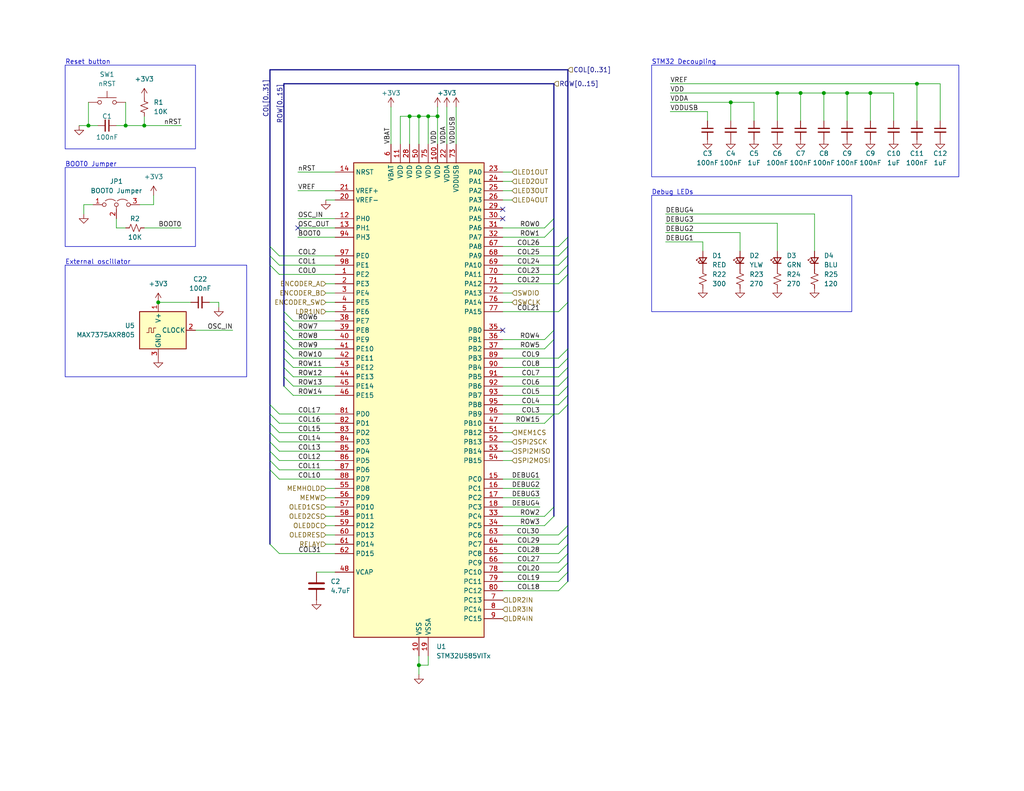
<source format=kicad_sch>
(kicad_sch (version 20230121) (generator eeschema)
  (paper "USLetter")
  (title_block (title "STM32") (date "2023-09-17") (rev "A") (company "ECE 477"))
  (lib_symbols
    (symbol "Device:C" (pin_numbers hide) (pin_names (offset 0.254))
      (property "Reference" "C" (at 0.635 2.54 0))
      (property "Value" "C" (at 0.635 -2.54 0))
      (symbol "C_0_1"
        (polyline (pts (xy -2.032 -0.762) (xy 2.032 -0.762)) (stroke (width 0.508)))
        (polyline (pts (xy -2.032 0.762) (xy 2.032 0.762)) (stroke (width 0.508)))
      )
      (symbol "C_1_1"
        (pin passive line (at 0 3.81 270) (length 2.794) (name "~") (number "1"))
        (pin passive line (at 0 -3.81 90) (length 2.794) (name "~") (number "2"))
      )
    )
    (symbol "Device:C_Small" (pin_numbers hide) (pin_names (offset 0.254) hide)
      (property "Reference" "C" (at 0.254 1.778 0))
      (property "Value" "C_Small" (at 0.254 -2.032 0))
      (symbol "C_Small_0_1"
        (polyline (pts (xy -1.524 -0.508) (xy 1.524 -0.508)) (stroke (width 0.3302)))
        (polyline (pts (xy -1.524 0.508) (xy 1.524 0.508)) (stroke (width 0.3048)))
      )
      (symbol "C_Small_1_1"
        (pin passive line (at 0 2.54 270) (length 2.032) (name "~") (number "1"))
        (pin passive line (at 0 -2.54 90) (length 2.032) (name "~") (number "2"))
      )
    )
    (symbol "Device:LED_Small" (pin_numbers hide) (pin_names (offset 0.254) hide)
      (property "Reference" "D" (at -1.27 3.175 0))
      (property "Value" "LED_Small" (at -4.445 -2.54 0))
      (symbol "LED_Small_0_1"
        (polyline (pts (xy -0.762 -1.016) (xy -0.762 1.016)) (stroke (width 0.254)))
        (polyline (pts (xy 1.016 0) (xy -0.762 0)))
        (polyline (pts (xy 0.762 -1.016) (xy -0.762 0) (xy 0.762 1.016) (xy 0.762 -1.016)) (stroke (width 0.254)))
        (polyline (pts (xy 0 0.762) (xy -0.508 1.27) (xy -0.254 1.27) (xy -0.508 1.27) (xy -0.508 1.016)))
        (polyline (pts (xy 0.508 1.27) (xy 0 1.778) (xy 0.254 1.778) (xy 0 1.778) (xy 0 1.524)))
      )
      (symbol "LED_Small_1_1"
        (pin passive line (at -2.54 0 0) (length 1.778) (name "K") (number "1"))
        (pin passive line (at 2.54 0 180) (length 1.778) (name "A") (number "2"))
      )
    )
    (symbol "Device:R_Small_US" (pin_numbers hide) (pin_names (offset 0.254) hide)
      (property "Reference" "R" (at 0.762 0.508 0))
      (property "Value" "R_Small_US" (at 0.762 -1.016 0))
      (symbol "R_Small_US_1_1"
        (polyline (pts (xy 0 0) (xy 1.016 -0.381) (xy 0 -0.762) (xy -1.016 -1.143) (xy 0 -1.524)))
        (polyline (pts (xy 0 1.524) (xy 1.016 1.143) (xy 0 0.762) (xy -1.016 0.381) (xy 0 0)))
        (pin passive line (at 0 2.54 270) (length 1.016) (name "~") (number "1"))
        (pin passive line (at 0 -2.54 90) (length 1.016) (name "~") (number "2"))
      )
    )
    (symbol "Jumper:Jumper_3_Open" (pin_names (offset 0) hide)
      (property "Reference" "JP" (at -2.54 -2.54 0))
      (property "Value" "Jumper_3_Open" (at 0 2.794 0))
      (symbol "Jumper_3_Open_0_0"
        (circle (center -3.302 0) (radius 0.508))
        (circle (center 0 0) (radius 0.508))
        (circle (center 3.302 0) (radius 0.508))
      )
      (symbol "Jumper_3_Open_0_1"
        (arc (start -0.254 1.016) (mid -1.651 1.4992) (end -3.048 1.016))
        (polyline (pts (xy 0 -0.508) (xy 0 -1.27)))
        (arc (start 3.048 1.016) (mid 1.651 1.4992) (end 0.254 1.016))
      )
      (symbol "Jumper_3_Open_1_1"
        (pin passive line (at -6.35 0 0) (length 2.54) (name "A") (number "1"))
        (pin passive line (at 0 -3.81 90) (length 2.54) (name "C") (number "2"))
        (pin passive line (at 6.35 0 180) (length 2.54) (name "B") (number "3"))
      )
    )
    (symbol "MCU_ST_STM32U5:STM32U585VITx"
      (property "Reference" "U" (at -17.78 67.31 0))
      (property "Value" "STM32U585VITx" (at 12.7 67.31 0))
      (symbol "STM32U585VITx_0_1"
        (rectangle (start -17.78 -63.5) (end 17.78 66.04) (stroke (width 0.254)) (fill (type background)))
      )
      (symbol "STM32U585VITx_1_1"
        (pin bidirectional line (at -22.86 35.56 0) (length 5.08) (name "PE2") (number "1"))
        (pin power_in line (at 0 -68.58 90) (length 5.08) (name "VSS") (number "10"))
        (pin power_in line (at 5.08 71.12 270) (length 5.08) (name "VDD") (number "100"))
        (pin power_in line (at -5.08 71.12 270) (length 5.08) (name "VDD") (number "11"))
        (pin bidirectional line (at -22.86 50.8 0) (length 5.08) (name "PH0") (number "12"))
        (pin bidirectional line (at -22.86 48.26 0) (length 5.08) (name "PH1") (number "13"))
        (pin input line (at -22.86 63.5 0) (length 5.08) (name "NRST") (number "14"))
        (pin bidirectional line (at 22.86 -20.32 180) (length 5.08) (name "PC0") (number "15"))
        (pin bidirectional line (at 22.86 -22.86 180) (length 5.08) (name "PC1") (number "16"))
        (pin bidirectional line (at 22.86 -25.4 180) (length 5.08) (name "PC2") (number "17"))
        (pin bidirectional line (at 22.86 -27.94 180) (length 5.08) (name "PC3") (number "18"))
        (pin power_in line (at 2.54 -68.58 90) (length 5.08) (name "VSSA") (number "19"))
        (pin bidirectional line (at -22.86 33.02 0) (length 5.08) (name "PE3") (number "2"))
        (pin input line (at -22.86 55.88 0) (length 5.08) (name "VREF-") (number "20"))
        (pin input line (at -22.86 58.42 0) (length 5.08) (name "VREF+") (number "21"))
        (pin power_in line (at 7.62 71.12 270) (length 5.08) (name "VDDA") (number "22"))
        (pin bidirectional line (at 22.86 63.5 180) (length 5.08) (name "PA0") (number "23"))
        (pin bidirectional line (at 22.86 60.96 180) (length 5.08) (name "PA1") (number "24"))
        (pin bidirectional line (at 22.86 58.42 180) (length 5.08) (name "PA2") (number "25"))
        (pin bidirectional line (at 22.86 55.88 180) (length 5.08) (name "PA3") (number "26"))
        (pin passive line (at 0 -68.58 90) (length 5.08) hide (name "VSS") (number "27"))
        (pin power_in line (at -2.54 71.12 270) (length 5.08) (name "VDD") (number "28"))
        (pin bidirectional line (at 22.86 53.34 180) (length 5.08) (name "PA4") (number "29"))
        (pin bidirectional line (at -22.86 30.48 0) (length 5.08) (name "PE4") (number "3"))
        (pin bidirectional line (at 22.86 50.8 180) (length 5.08) (name "PA5") (number "30"))
        (pin bidirectional line (at 22.86 48.26 180) (length 5.08) (name "PA6") (number "31"))
        (pin bidirectional line (at 22.86 45.72 180) (length 5.08) (name "PA7") (number "32"))
        (pin bidirectional line (at 22.86 -30.48 180) (length 5.08) (name "PC4") (number "33"))
        (pin bidirectional line (at 22.86 -33.02 180) (length 5.08) (name "PC5") (number "34"))
        (pin bidirectional line (at 22.86 20.32 180) (length 5.08) (name "PB0") (number "35"))
        (pin bidirectional line (at 22.86 17.78 180) (length 5.08) (name "PB1") (number "36"))
        (pin bidirectional line (at 22.86 15.24 180) (length 5.08) (name "PB2") (number "37"))
        (pin bidirectional line (at -22.86 22.86 0) (length 5.08) (name "PE7") (number "38"))
        (pin bidirectional line (at -22.86 20.32 0) (length 5.08) (name "PE8") (number "39"))
        (pin bidirectional line (at -22.86 27.94 0) (length 5.08) (name "PE5") (number "4"))
        (pin bidirectional line (at -22.86 17.78 0) (length 5.08) (name "PE9") (number "40"))
        (pin bidirectional line (at -22.86 15.24 0) (length 5.08) (name "PE10") (number "41"))
        (pin bidirectional line (at -22.86 12.7 0) (length 5.08) (name "PE11") (number "42"))
        (pin bidirectional line (at -22.86 10.16 0) (length 5.08) (name "PE12") (number "43"))
        (pin bidirectional line (at -22.86 7.62 0) (length 5.08) (name "PE13") (number "44"))
        (pin bidirectional line (at -22.86 5.08 0) (length 5.08) (name "PE14") (number "45"))
        (pin bidirectional line (at -22.86 2.54 0) (length 5.08) (name "PE15") (number "46"))
        (pin bidirectional line (at 22.86 -5.08 180) (length 5.08) (name "PB10") (number "47"))
        (pin power_out line (at -22.86 -45.72 0) (length 5.08) (name "VCAP") (number "48"))
        (pin passive line (at 0 -68.58 90) (length 5.08) hide (name "VSS") (number "49"))
        (pin bidirectional line (at -22.86 25.4 0) (length 5.08) (name "PE6") (number "5"))
        (pin power_in line (at 0 71.12 270) (length 5.08) (name "VDD") (number "50"))
        (pin bidirectional line (at 22.86 -7.62 180) (length 5.08) (name "PB12") (number "51"))
        (pin bidirectional line (at 22.86 -10.16 180) (length 5.08) (name "PB13") (number "52"))
        (pin bidirectional line (at 22.86 -12.7 180) (length 5.08) (name "PB14") (number "53"))
        (pin bidirectional line (at 22.86 -15.24 180) (length 5.08) (name "PB15") (number "54"))
        (pin bidirectional line (at -22.86 -22.86 0) (length 5.08) (name "PD8") (number "55"))
        (pin bidirectional line (at -22.86 -25.4 0) (length 5.08) (name "PD9") (number "56"))
        (pin bidirectional line (at -22.86 -27.94 0) (length 5.08) (name "PD10") (number "57"))
        (pin bidirectional line (at -22.86 -30.48 0) (length 5.08) (name "PD11") (number "58"))
        (pin bidirectional line (at -22.86 -33.02 0) (length 5.08) (name "PD12") (number "59"))
        (pin power_in line (at -7.62 71.12 270) (length 5.08) (name "VBAT") (number "6"))
        (pin bidirectional line (at -22.86 -35.56 0) (length 5.08) (name "PD13") (number "60"))
        (pin bidirectional line (at -22.86 -38.1 0) (length 5.08) (name "PD14") (number "61"))
        (pin bidirectional line (at -22.86 -40.64 0) (length 5.08) (name "PD15") (number "62"))
        (pin bidirectional line (at 22.86 -35.56 180) (length 5.08) (name "PC6") (number "63"))
        (pin bidirectional line (at 22.86 -38.1 180) (length 5.08) (name "PC7") (number "64"))
        (pin bidirectional line (at 22.86 -40.64 180) (length 5.08) (name "PC8") (number "65"))
        (pin bidirectional line (at 22.86 -43.18 180) (length 5.08) (name "PC9") (number "66"))
        (pin bidirectional line (at 22.86 43.18 180) (length 5.08) (name "PA8") (number "67"))
        (pin bidirectional line (at 22.86 40.64 180) (length 5.08) (name "PA9") (number "68"))
        (pin bidirectional line (at 22.86 38.1 180) (length 5.08) (name "PA10") (number "69"))
        (pin bidirectional line (at 22.86 -53.34 180) (length 5.08) (name "PC13") (number "7"))
        (pin bidirectional line (at 22.86 35.56 180) (length 5.08) (name "PA11") (number "70"))
        (pin bidirectional line (at 22.86 33.02 180) (length 5.08) (name "PA12") (number "71"))
        (pin bidirectional line (at 22.86 30.48 180) (length 5.08) (name "PA13") (number "72"))
        (pin power_in line (at 10.16 71.12 270) (length 5.08) (name "VDDUSB") (number "73"))
        (pin passive line (at 0 -68.58 90) (length 5.08) hide (name "VSS") (number "74"))
        (pin power_in line (at 2.54 71.12 270) (length 5.08) (name "VDD") (number "75"))
        (pin bidirectional line (at 22.86 27.94 180) (length 5.08) (name "PA14") (number "76"))
        (pin bidirectional line (at 22.86 25.4 180) (length 5.08) (name "PA15") (number "77"))
        (pin bidirectional line (at 22.86 -45.72 180) (length 5.08) (name "PC10") (number "78"))
        (pin bidirectional line (at 22.86 -48.26 180) (length 5.08) (name "PC11") (number "79"))
        (pin bidirectional line (at 22.86 -55.88 180) (length 5.08) (name "PC14") (number "8"))
        (pin bidirectional line (at 22.86 -50.8 180) (length 5.08) (name "PC12") (number "80"))
        (pin bidirectional line (at -22.86 -2.54 0) (length 5.08) (name "PD0") (number "81"))
        (pin bidirectional line (at -22.86 -5.08 0) (length 5.08) (name "PD1") (number "82"))
        (pin bidirectional line (at -22.86 -7.62 0) (length 5.08) (name "PD2") (number "83"))
        (pin bidirectional line (at -22.86 -10.16 0) (length 5.08) (name "PD3") (number "84"))
        (pin bidirectional line (at -22.86 -12.7 0) (length 5.08) (name "PD4") (number "85"))
        (pin bidirectional line (at -22.86 -15.24 0) (length 5.08) (name "PD5") (number "86"))
        (pin bidirectional line (at -22.86 -17.78 0) (length 5.08) (name "PD6") (number "87"))
        (pin bidirectional line (at -22.86 -20.32 0) (length 5.08) (name "PD7") (number "88"))
        (pin bidirectional line (at 22.86 12.7 180) (length 5.08) (name "PB3") (number "89"))
        (pin bidirectional line (at 22.86 -58.42 180) (length 5.08) (name "PC15") (number "9"))
        (pin bidirectional line (at 22.86 10.16 180) (length 5.08) (name "PB4") (number "90"))
        (pin bidirectional line (at 22.86 7.62 180) (length 5.08) (name "PB5") (number "91"))
        (pin bidirectional line (at 22.86 5.08 180) (length 5.08) (name "PB6") (number "92"))
        (pin bidirectional line (at 22.86 2.54 180) (length 5.08) (name "PB7") (number "93"))
        (pin bidirectional line (at -22.86 45.72 0) (length 5.08) (name "PH3") (number "94"))
        (pin bidirectional line (at 22.86 0 180) (length 5.08) (name "PB8") (number "95"))
        (pin bidirectional line (at 22.86 -2.54 180) (length 5.08) (name "PB9") (number "96"))
        (pin bidirectional line (at -22.86 40.64 0) (length 5.08) (name "PE0") (number "97"))
        (pin bidirectional line (at -22.86 38.1 0) (length 5.08) (name "PE1") (number "98"))
        (pin passive line (at 0 -68.58 90) (length 5.08) hide (name "VSS") (number "99"))
      )
    )
    (symbol "Oscillator:MAX7375AXR805" (pin_names (offset 0.254))
      (property "Reference" "U" (at -2.54 6.35 0))
      (property "Value" "MAX7375AXR805" (at 1.27 -6.35 0))
      (symbol "MAX7375AXR805_0_1"
        (rectangle (start -5.08 5.08) (end 7.62 -5.08) (stroke (width 0.254)) (fill (type background)))
        (polyline (pts (xy -3.175 -0.635) (xy -2.54 -0.635) (xy -2.54 0.635) (xy -1.905 0.635) (xy -1.905 -0.635) (xy -1.27 -0.635) (xy -1.27 0.635) (xy -0.635 0.635)))
      )
      (symbol "MAX7375AXR805_1_1"
        (pin power_in line (at 0 7.62 270) (length 2.54) (name "V+") (number "1"))
        (pin output line (at 10.16 0 180) (length 2.54) (name "CLOCK") (number "2"))
        (pin power_in line (at 0 -7.62 90) (length 2.54) (name "GND") (number "3"))
      )
    )
    (symbol "Switch:SW_Push" (pin_numbers hide) (pin_names (offset 1.016) hide)
      (property "Reference" "SW" (at 1.27 2.54 0))
      (property "Value" "SW_Push" (at 0 -1.524 0))
      (symbol "SW_Push_0_1"
        (circle (center -2.032 0) (radius 0.508))
        (polyline (pts (xy 0 1.27) (xy 0 3.048)))
        (polyline (pts (xy 2.54 1.27) (xy -2.54 1.27)))
        (circle (center 2.032 0) (radius 0.508))
        (pin passive line (at -5.08 0 0) (length 2.54) (name "1") (number "1"))
        (pin passive line (at 5.08 0 180) (length 2.54) (name "2") (number "2"))
      )
    )
    (symbol "power:+3V3" (power) (pin_names (offset 0))
      (property "Value" "+3V3" (at 0 3.556 0))
      (symbol "+3V3_0_1"
        (polyline (pts (xy -0.762 1.27) (xy 0 2.54)))
        (polyline (pts (xy 0 0) (xy 0 2.54)))
        (polyline (pts (xy 0 2.54) (xy 0.762 1.27)))
      )
      (symbol "+3V3_1_1"
        (pin power_in line (at 0 0 90) (length 0) hide (name "+3V3") (number "1"))
      )
    )
    (symbol "power:GND" (power) (pin_names (offset 0))
      (property "Value" "GND" (at 0 -3.81 0))
      (symbol "GND_0_1"
        (polyline (pts (xy 0 0) (xy 0 -1.27) (xy 1.27 -1.27) (xy 0 -2.54) (xy -1.27 -1.27) (xy 0 -1.27)))
      )
      (symbol "GND_1_1"
        (pin power_in line (at 0 0 270) (length 0) hide (name "GND") (number "1"))
      )
    )
  )
  (junction (at 237.49 25.4))
  (junction (at 39.37 34.29))
  (junction (at 231.14 25.4))
  (junction (at 250.19 22.86))
  (junction (at 43.18 82.55))
  (junction (at 24.13 34.29))
  (junction (at 111.76 31.75))
  (junction (at 34.29 34.29))
  (junction (at 114.3 181.61))
  (junction (at 224.79 25.4))
  (junction (at 119.38 31.75))
  (junction (at 212.09 25.4))
  (junction (at 199.39 27.94))
  (junction (at 116.84 31.75))
  (junction (at 218.44 25.4))
  (junction (at 114.3 31.75))
  (no_connect (at 137.16 57.15))
  (no_connect (at 137.16 59.69))
  (no_connect (at 81.28 62.23))
  (no_connect (at 137.16 90.17))
  (bus_entry (at 73.66 128.27) (size 2.54 2.54))
  (bus_entry (at 73.66 72.39) (size 2.54 2.54))
  (bus_entry (at 73.66 67.31) (size 2.54 2.54))
  (bus_entry (at 151.13 92.71) (size -2.54 2.54))
  (bus_entry (at 77.47 105.41) (size 2.54 2.54))
  (bus_entry (at 151.13 90.17) (size -2.54 2.54))
  (bus_entry (at 73.66 148.59) (size 2.54 2.54))
  (bus_entry (at 73.66 115.57) (size 2.54 2.54))
  (bus_entry (at 154.94 74.93) (size -2.54 2.54))
  (bus_entry (at 77.47 102.87) (size 2.54 2.54))
  (bus_entry (at 154.94 102.87) (size -2.54 2.54))
  (bus_entry (at 154.94 107.95) (size -2.54 2.54))
  (bus_entry (at 154.94 151.13) (size -2.54 2.54))
  (bus_entry (at 154.94 110.49) (size -2.54 2.54))
  (bus_entry (at 151.13 59.69) (size -2.54 2.54))
  (bus_entry (at 154.94 67.31) (size -2.54 2.54))
  (bus_entry (at 151.13 138.43) (size -2.54 2.54))
  (bus_entry (at 154.94 95.25) (size -2.54 2.54))
  (bus_entry (at 77.47 87.63) (size 2.54 2.54))
  (bus_entry (at 77.47 85.09) (size 2.54 2.54))
  (bus_entry (at 151.13 113.03) (size -2.54 2.54))
  (bus_entry (at 154.94 64.77) (size -2.54 2.54))
  (bus_entry (at 154.94 146.05) (size -2.54 2.54))
  (bus_entry (at 154.94 100.33) (size -2.54 2.54))
  (bus_entry (at 77.47 95.25) (size 2.54 2.54))
  (bus_entry (at 154.94 156.21) (size -2.54 2.54))
  (bus_entry (at 154.94 82.55) (size -2.54 2.54))
  (bus_entry (at 151.13 140.97) (size -2.54 2.54))
  (bus_entry (at 73.66 125.73) (size 2.54 2.54))
  (bus_entry (at 154.94 143.51) (size -2.54 2.54))
  (bus_entry (at 154.94 158.75) (size -2.54 2.54))
  (bus_entry (at 154.94 105.41) (size -2.54 2.54))
  (bus_entry (at 154.94 69.85) (size -2.54 2.54))
  (bus_entry (at 77.47 97.79) (size 2.54 2.54))
  (bus_entry (at 73.66 69.85) (size 2.54 2.54))
  (bus_entry (at 154.94 153.67) (size -2.54 2.54))
  (bus_entry (at 73.66 118.11) (size 2.54 2.54))
  (bus_entry (at 151.13 62.23) (size -2.54 2.54))
  (bus_entry (at 154.94 72.39) (size -2.54 2.54))
  (bus_entry (at 154.94 148.59) (size -2.54 2.54))
  (bus_entry (at 73.66 120.65) (size 2.54 2.54))
  (bus_entry (at 73.66 123.19) (size 2.54 2.54))
  (bus_entry (at 154.94 97.79) (size -2.54 2.54))
  (bus_entry (at 73.66 113.03) (size 2.54 2.54))
  (bus_entry (at 77.47 90.17) (size 2.54 2.54))
  (bus_entry (at 77.47 100.33) (size 2.54 2.54))
  (bus_entry (at 77.47 92.71) (size 2.54 2.54))
  (bus_entry (at 73.66 110.49) (size 2.54 2.54))
  (wire (pts (xy 76.2 69.85) (xy 91.44 69.85)))
  (bus (pts (xy 151.13 90.17) (xy 151.13 92.71)))
  (wire (pts (xy 81.28 62.23) (xy 91.44 62.23)))
  (bus (pts (xy 154.94 67.31) (xy 154.94 69.85)))
  (wire (pts (xy 137.16 140.97) (xy 148.59 140.97)))
  (wire (pts (xy 88.9 148.59) (xy 91.44 148.59)))
  (bus (pts (xy 151.13 113.03) (xy 151.13 138.43)))
  (wire (pts (xy 53.34 90.17) (xy 63.5 90.17)))
  (wire (pts (xy 88.9 85.09) (xy 91.44 85.09)))
  (wire (pts (xy 81.28 52.07) (xy 91.44 52.07)))
  (bus (pts (xy 77.47 97.79) (xy 77.47 100.33)))
  (bus (pts (xy 154.94 64.77) (xy 154.94 67.31)))
  (wire (pts (xy 116.84 31.75) (xy 119.38 31.75)))
  (wire (pts (xy 137.16 74.93) (xy 152.4 74.93)))
  (wire (pts (xy 137.16 52.07) (xy 139.7 52.07)))
  (bus (pts (xy 73.66 72.39) (xy 73.66 110.49)))
  (wire (pts (xy 137.16 69.85) (xy 152.4 69.85)))
  (wire (pts (xy 76.2 118.11) (xy 91.44 118.11)))
  (wire (pts (xy 137.16 130.81) (xy 147.32 130.81)))
  (wire (pts (xy 114.3 31.75) (xy 114.3 39.37)))
  (bus (pts (xy 154.94 148.59) (xy 154.94 151.13)))
  (wire (pts (xy 124.46 29.21) (xy 124.46 39.37)))
  (bus (pts (xy 73.66 67.31) (xy 73.66 69.85)))
  (bus (pts (xy 154.94 105.41) (xy 154.94 107.95)))
  (wire (pts (xy 39.37 62.23) (xy 49.53 62.23)))
  (bus (pts (xy 154.94 102.87) (xy 154.94 105.41)))
  (wire (pts (xy 137.16 64.77) (xy 148.59 64.77)))
  (wire (pts (xy 218.44 25.4) (xy 218.44 33.02)))
  (wire (pts (xy 88.9 135.89) (xy 91.44 135.89)))
  (wire (pts (xy 43.18 82.55) (xy 52.07 82.55)))
  (wire (pts (xy 80.01 100.33) (xy 91.44 100.33)))
  (bus (pts (xy 154.94 153.67) (xy 154.94 156.21)))
  (bus (pts (xy 73.66 69.85) (xy 73.66 72.39)))
  (wire (pts (xy 137.16 85.09) (xy 152.4 85.09)))
  (wire (pts (xy 88.9 133.35) (xy 91.44 133.35)))
  (wire (pts (xy 31.75 34.29) (xy 34.29 34.29)))
  (wire (pts (xy 109.22 31.75) (xy 111.76 31.75)))
  (wire (pts (xy 76.2 74.93) (xy 91.44 74.93)))
  (wire (pts (xy 218.44 25.4) (xy 224.79 25.4)))
  (bus (pts (xy 154.94 107.95) (xy 154.94 110.49)))
  (wire (pts (xy 81.28 64.77) (xy 91.44 64.77)))
  (wire (pts (xy 24.13 34.29) (xy 26.67 34.29)))
  (wire (pts (xy 231.14 25.4) (xy 237.49 25.4)))
  (wire (pts (xy 137.16 92.71) (xy 148.59 92.71)))
  (bus (pts (xy 151.13 59.69) (xy 151.13 62.23)))
  (wire (pts (xy 121.92 29.21) (xy 121.92 39.37)))
  (bus (pts (xy 77.47 22.86) (xy 151.13 22.86)))
  (bus (pts (xy 77.47 100.33) (xy 77.47 102.87)))
  (wire (pts (xy 76.2 125.73) (xy 91.44 125.73)))
  (wire (pts (xy 88.9 138.43) (xy 91.44 138.43)))
  (wire (pts (xy 81.28 59.69) (xy 91.44 59.69)))
  (wire (pts (xy 137.16 161.29) (xy 152.4 161.29)))
  (wire (pts (xy 137.16 49.53) (xy 139.7 49.53)))
  (bus (pts (xy 73.66 113.03) (xy 73.66 115.57)))
  (wire (pts (xy 76.2 72.39) (xy 91.44 72.39)))
  (bus (pts (xy 73.66 118.11) (xy 73.66 120.65)))
  (wire (pts (xy 76.2 113.03) (xy 91.44 113.03)))
  (wire (pts (xy 182.88 25.4) (xy 212.09 25.4)))
  (wire (pts (xy 76.2 151.13) (xy 91.44 151.13)))
  (wire (pts (xy 86.36 156.21) (xy 91.44 156.21)))
  (wire (pts (xy 182.88 27.94) (xy 199.39 27.94)))
  (wire (pts (xy 22.86 55.88) (xy 25.4 55.88)))
  (wire (pts (xy 243.84 25.4) (xy 243.84 33.02)))
  (bus (pts (xy 77.47 87.63) (xy 77.47 90.17)))
  (bus (pts (xy 73.66 115.57) (xy 73.66 118.11)))
  (wire (pts (xy 137.16 102.87) (xy 152.4 102.87)))
  (wire (pts (xy 34.29 34.29) (xy 39.37 34.29)))
  (wire (pts (xy 181.61 66.04) (xy 191.77 66.04)))
  (bus (pts (xy 154.94 95.25) (xy 154.94 97.79)))
  (wire (pts (xy 137.16 143.51) (xy 148.59 143.51)))
  (wire (pts (xy 114.3 181.61) (xy 116.84 181.61)))
  (wire (pts (xy 137.16 105.41) (xy 152.4 105.41)))
  (wire (pts (xy 250.19 33.02) (xy 250.19 22.86)))
  (wire (pts (xy 80.01 107.95) (xy 91.44 107.95)))
  (wire (pts (xy 39.37 34.29) (xy 49.53 34.29)))
  (bus (pts (xy 151.13 62.23) (xy 151.13 90.17)))
  (wire (pts (xy 59.69 82.55) (xy 57.15 82.55)))
  (wire (pts (xy 137.16 123.19) (xy 139.7 123.19)))
  (wire (pts (xy 137.16 120.65) (xy 139.7 120.65)))
  (bus (pts (xy 77.47 95.25) (xy 77.47 97.79)))
  (wire (pts (xy 250.19 22.86) (xy 256.54 22.86)))
  (wire (pts (xy 31.75 59.69) (xy 31.75 62.23)))
  (wire (pts (xy 39.37 31.75) (xy 39.37 34.29)))
  (wire (pts (xy 201.93 63.5) (xy 201.93 68.58)))
  (wire (pts (xy 137.16 95.25) (xy 148.59 95.25)))
  (wire (pts (xy 106.68 29.21) (xy 106.68 39.37)))
  (wire (pts (xy 88.9 77.47) (xy 91.44 77.47)))
  (wire (pts (xy 80.01 97.79) (xy 91.44 97.79)))
  (wire (pts (xy 137.16 77.47) (xy 152.4 77.47)))
  (wire (pts (xy 21.59 34.29) (xy 24.13 34.29)))
  (wire (pts (xy 212.09 60.96) (xy 212.09 68.58)))
  (bus (pts (xy 77.47 22.86) (xy 77.47 85.09)))
  (wire (pts (xy 76.2 123.19) (xy 91.44 123.19)))
  (wire (pts (xy 137.16 54.61) (xy 139.7 54.61)))
  (bus (pts (xy 73.66 19.05) (xy 73.66 67.31)))
  (wire (pts (xy 114.3 31.75) (xy 116.84 31.75)))
  (wire (pts (xy 76.2 120.65) (xy 91.44 120.65)))
  (wire (pts (xy 193.04 33.02) (xy 193.04 30.48)))
  (wire (pts (xy 59.69 83.82) (xy 59.69 82.55)))
  (bus (pts (xy 154.94 110.49) (xy 154.94 143.51)))
  (wire (pts (xy 137.16 148.59) (xy 152.4 148.59)))
  (wire (pts (xy 80.01 105.41) (xy 91.44 105.41)))
  (bus (pts (xy 154.94 100.33) (xy 154.94 102.87)))
  (wire (pts (xy 116.84 181.61) (xy 116.84 179.07)))
  (wire (pts (xy 137.16 46.99) (xy 139.7 46.99)))
  (wire (pts (xy 137.16 138.43) (xy 147.32 138.43)))
  (wire (pts (xy 116.84 31.75) (xy 116.84 39.37)))
  (bus (pts (xy 73.66 19.05) (xy 154.94 19.05)))
  (wire (pts (xy 191.77 68.58) (xy 191.77 66.04)))
  (wire (pts (xy 80.01 102.87) (xy 91.44 102.87)))
  (wire (pts (xy 212.09 33.02) (xy 212.09 25.4)))
  (bus (pts (xy 73.66 128.27) (xy 73.66 148.59)))
  (wire (pts (xy 119.38 29.21) (xy 119.38 31.75)))
  (wire (pts (xy 181.61 63.5) (xy 201.93 63.5)))
  (wire (pts (xy 182.88 30.48) (xy 193.04 30.48)))
  (bus (pts (xy 151.13 22.86) (xy 151.13 59.69)))
  (bus (pts (xy 151.13 92.71) (xy 151.13 113.03)))
  (wire (pts (xy 24.13 27.94) (xy 24.13 34.29)))
  (bus (pts (xy 154.94 151.13) (xy 154.94 153.67)))
  (wire (pts (xy 137.16 125.73) (xy 139.7 125.73)))
  (wire (pts (xy 137.16 135.89) (xy 147.32 135.89)))
  (bus (pts (xy 154.94 97.79) (xy 154.94 100.33)))
  (wire (pts (xy 137.16 67.31) (xy 152.4 67.31)))
  (wire (pts (xy 224.79 25.4) (xy 224.79 33.02)))
  (wire (pts (xy 137.16 146.05) (xy 152.4 146.05)))
  (wire (pts (xy 199.39 27.94) (xy 205.74 27.94)))
  (wire (pts (xy 137.16 133.35) (xy 147.32 133.35)))
  (wire (pts (xy 88.9 140.97) (xy 91.44 140.97)))
  (wire (pts (xy 114.3 179.07) (xy 114.3 181.61)))
  (wire (pts (xy 80.01 90.17) (xy 91.44 90.17)))
  (wire (pts (xy 205.74 27.94) (xy 205.74 33.02)))
  (bus (pts (xy 73.66 125.73) (xy 73.66 128.27)))
  (wire (pts (xy 182.88 22.86) (xy 250.19 22.86)))
  (wire (pts (xy 41.91 53.34) (xy 41.91 55.88)))
  (wire (pts (xy 137.16 158.75) (xy 152.4 158.75)))
  (bus (pts (xy 154.94 82.55) (xy 154.94 95.25)))
  (wire (pts (xy 137.16 156.21) (xy 152.4 156.21)))
  (bus (pts (xy 154.94 69.85) (xy 154.94 72.39)))
  (wire (pts (xy 76.2 128.27) (xy 91.44 128.27)))
  (wire (pts (xy 41.91 55.88) (xy 38.1 55.88)))
  (bus (pts (xy 154.94 74.93) (xy 154.94 82.55)))
  (bus (pts (xy 77.47 102.87) (xy 77.47 105.41)))
  (bus (pts (xy 154.94 146.05) (xy 154.94 148.59)))
  (wire (pts (xy 34.29 27.94) (xy 34.29 34.29)))
  (wire (pts (xy 137.16 100.33) (xy 152.4 100.33)))
  (bus (pts (xy 154.94 143.51) (xy 154.94 146.05)))
  (wire (pts (xy 237.49 33.02) (xy 237.49 25.4)))
  (wire (pts (xy 111.76 31.75) (xy 114.3 31.75)))
  (wire (pts (xy 137.16 153.67) (xy 152.4 153.67)))
  (bus (pts (xy 73.66 120.65) (xy 73.66 123.19)))
  (wire (pts (xy 80.01 95.25) (xy 91.44 95.25)))
  (wire (pts (xy 151.13 113.03) (xy 152.4 113.03)))
  (wire (pts (xy 256.54 22.86) (xy 256.54 33.02)))
  (wire (pts (xy 88.9 82.55) (xy 91.44 82.55)))
  (wire (pts (xy 109.22 31.75) (xy 109.22 39.37)))
  (bus (pts (xy 77.47 90.17) (xy 77.47 92.71)))
  (wire (pts (xy 137.16 110.49) (xy 152.4 110.49)))
  (wire (pts (xy 137.16 118.11) (xy 139.7 118.11)))
  (wire (pts (xy 137.16 62.23) (xy 148.59 62.23)))
  (wire (pts (xy 88.9 80.01) (xy 91.44 80.01)))
  (bus (pts (xy 154.94 156.21) (xy 154.94 158.75)))
  (wire (pts (xy 199.39 27.94) (xy 199.39 33.02)))
  (wire (pts (xy 81.28 46.99) (xy 91.44 46.99)))
  (wire (pts (xy 111.76 31.75) (xy 111.76 39.37)))
  (wire (pts (xy 88.9 146.05) (xy 91.44 146.05)))
  (wire (pts (xy 137.16 97.79) (xy 152.4 97.79)))
  (wire (pts (xy 222.25 58.42) (xy 222.25 68.58)))
  (wire (pts (xy 231.14 25.4) (xy 224.79 25.4)))
  (wire (pts (xy 181.61 60.96) (xy 212.09 60.96)))
  (bus (pts (xy 77.47 85.09) (xy 77.47 87.63)))
  (wire (pts (xy 137.16 151.13) (xy 152.4 151.13)))
  (wire (pts (xy 137.16 115.57) (xy 148.59 115.57)))
  (wire (pts (xy 114.3 181.61) (xy 114.3 184.15)))
  (wire (pts (xy 80.01 87.63) (xy 91.44 87.63)))
  (wire (pts (xy 137.16 72.39) (xy 152.4 72.39)))
  (wire (pts (xy 119.38 31.75) (xy 119.38 39.37)))
  (wire (pts (xy 76.2 115.57) (xy 91.44 115.57)))
  (wire (pts (xy 88.9 143.51) (xy 91.44 143.51)))
  (wire (pts (xy 80.01 92.71) (xy 91.44 92.71)))
  (bus (pts (xy 154.94 72.39) (xy 154.94 74.93)))
  (bus (pts (xy 77.47 92.71) (xy 77.47 95.25)))
  (wire (pts (xy 231.14 33.02) (xy 231.14 25.4)))
  (wire (pts (xy 137.16 107.95) (xy 152.4 107.95)))
  (wire (pts (xy 137.16 82.55) (xy 139.7 82.55)))
  (wire (pts (xy 31.75 62.23) (xy 34.29 62.23)))
  (wire (pts (xy 181.61 58.42) (xy 222.25 58.42)))
  (wire (pts (xy 88.9 54.61) (xy 91.44 54.61)))
  (bus (pts (xy 73.66 123.19) (xy 73.66 125.73)))
  (bus (pts (xy 151.13 138.43) (xy 151.13 140.97)))
  (bus (pts (xy 73.66 110.49) (xy 73.66 113.03)))
  (wire (pts (xy 237.49 25.4) (xy 243.84 25.4)))
  (wire (pts (xy 76.2 130.81) (xy 91.44 130.81)))
  (bus (pts (xy 154.94 19.05) (xy 154.94 64.77)))
  (wire (pts (xy 137.16 113.03) (xy 151.13 113.03)))
  (wire (pts (xy 212.09 25.4) (xy 218.44 25.4)))
  (wire (pts (xy 137.16 80.01) (xy 139.7 80.01)))
  (wire (pts (xy 22.86 55.88) (xy 22.86 58.42)))
  (rectangle (start 177.8 53.34) (end 232.41 85.09))
  (rectangle (start 17.78 45.72) (end 53.34 67.31))
  (rectangle (start 17.78 17.78) (end 53.34 40.64))
  (rectangle (start 177.8 17.78) (end 261.62 48.26))
  (rectangle (start 17.78 72.39) (end 67.31 102.87))
  (text "Reset button" (at 17.78 17.78 0) (effects (font (size 1.27 1.27)) (justify left bottom)))
  (text "External oscillator" (at 17.78 72.39 0) (effects (font (size 1.27 1.27)) (justify left bottom)))
  (text "BOOT0 Jumper" (at 17.78 45.72 0) (effects (font (size 1.27 1.27)) (justify left bottom)))
  (text "STM32 Decoupling" (at 177.8 17.78 0) (effects (font (size 1.27 1.27)) (justify left bottom)))
  (text "Debug LEDs" (at 177.8 53.34 0) (effects (font (size 1.27 1.27)) (justify left bottom)))
  (label "VDDUSB" (at 124.46 39.37 90))
  (label "ROW2" (at 147.32 140.97 180))
  (label "DEBUG2" (at 147.32 133.35 180))
  (label "OSC_IN" (at 63.5 90.17 180))
  (label "COL30" (at 140.97 146.05 0))
  (label "ROW12" (at 81.28 102.87 0))
  (label "COL15" (at 81.28 118.11 0))
  (label "ROW11" (at 81.28 100.33 0))
  (label "VDDUSB" (at 182.88 30.48 0))
  (label "ROW9" (at 81.28 95.25 0))
  (label "VDDA" (at 121.92 39.37 90))
  (label "COL1" (at 81.28 72.39 0))
  (label "COL21" (at 147.32 85.09 180))
  (label "COL14" (at 81.28 120.65 0))
  (label "COL25" (at 147.32 69.85 180))
  (label "COL12" (at 81.28 125.73 0))
  (label "VREF" (at 182.88 22.86 0))
  (label "COL20" (at 147.32 156.21 180))
  (label "nRST" (at 81.28 46.99 0))
  (label "ROW14" (at 81.28 107.95 0))
  (label "COL17" (at 81.28 113.03 0))
  (label "DEBUG3" (at 181.61 60.96 0))
  (label "COL24" (at 147.32 72.39 180))
  (label "COL28" (at 147.32 151.13 180))
  (label "COL13" (at 81.28 123.19 0))
  (label "VDDA" (at 182.88 27.94 0))
  (label "VDD" (at 119.38 39.37 90))
  (label "ROW3" (at 147.32 143.51 180))
  (label "DEBUG3" (at 147.32 135.89 180))
  (label "ROW0" (at 147.32 62.23 180))
  (label "DEBUG4" (at 147.32 138.43 180))
  (label "COL29" (at 147.32 148.59 180))
  (label "ROW13" (at 81.28 105.41 0))
  (label "COL7" (at 147.32 102.87 180))
  (label "ROW[0..15]" (at 77.47 22.86 270))
  (label "COL23" (at 147.32 74.93 180))
  (label "VBAT" (at 106.68 39.37 90))
  (label "DEBUG1" (at 147.32 130.81 180))
  (label "VREF" (at 81.28 52.07 0))
  (label "ROW5" (at 147.32 95.25 180))
  (label "ROW6" (at 81.28 87.63 0))
  (label "COL[0..31]" (at 73.66 21.59 270))
  (label "COL11" (at 81.28 128.27 0))
  (label "COL19" (at 147.32 158.75 180))
  (label "ROW10" (at 81.28 97.79 0))
  (label "COL5" (at 147.32 107.95 180))
  (label "COL31" (at 87.63 151.13 180))
  (label "COL26" (at 147.32 67.31 180))
  (label "BOOT0" (at 49.53 62.23 180))
  (label "COL16" (at 81.28 115.57 0))
  (label "COL0" (at 81.28 74.93 0))
  (label "OSC_OUT" (at 81.28 62.23 0))
  (label "VDD" (at 182.88 25.4 0))
  (label "COL4" (at 147.32 110.49 180))
  (label "ROW1" (at 147.32 64.77 180))
  (label "COL22" (at 147.32 77.47 180))
  (label "OSC_IN" (at 81.28 59.69 0))
  (label "COL9" (at 147.32 97.79 180))
  (label "COL2" (at 81.28 69.85 0))
  (label "nRST" (at 49.53 34.29 180))
  (label "ROW7" (at 81.28 90.17 0))
  (label "ROW8" (at 81.28 92.71 0))
  (label "COL6" (at 147.32 105.41 180))
  (label "DEBUG2" (at 181.61 63.5 0))
  (label "DEBUG4" (at 181.61 58.42 0))
  (label "ROW4" (at 147.32 92.71 180))
  (label "ROW15" (at 147.32 115.57 180))
  (label "COL10" (at 81.28 130.81 0))
  (label "COL8" (at 147.32 100.33 180))
  (label "BOOT0" (at 81.28 64.77 0))
  (label "COL27" (at 147.32 153.67 180))
  (label "DEBUG1" (at 181.61 66.04 0))
  (label "COL18" (at 147.32 161.29 180))
  (label "COL3" (at 147.32 113.03 180))
  (hierarchical_label "ENCODER_A" (shape input) (at 88.9 77.47 180))
  (hierarchical_label "LDR3IN" (shape input) (at 137.16 166.37 0))
  (hierarchical_label "LDR4IN" (shape input) (at 137.16 168.91 0))
  (hierarchical_label "SWDIO" (shape input) (at 139.7 80.01 0))
  (hierarchical_label "SPI2MISO" (shape input) (at 139.7 123.19 0))
  (hierarchical_label "SWCLK" (shape input) (at 139.7 82.55 0))
  (hierarchical_label "RELAY" (shape input) (at 88.9 148.59 180))
  (hierarchical_label "COL[0..31]" (shape input) (at 154.94 19.05 0))
  (hierarchical_label "LED1OUT" (shape input) (at 139.7 46.99 0))
  (hierarchical_label "MEMW" (shape input) (at 88.9 135.89 180))
  (hierarchical_label "ROW[0..15]" (shape input) (at 151.13 22.86 0))
  (hierarchical_label "ENCODER_B" (shape input) (at 88.9 80.01 180))
  (hierarchical_label "MEMHOLD" (shape input) (at 88.9 133.35 180))
  (hierarchical_label "LED3OUT" (shape input) (at 139.7 52.07 0))
  (hierarchical_label "MEM1CS" (shape input) (at 139.7 118.11 0))
  (hierarchical_label "ENCODER_SW" (shape input) (at 88.9 82.55 180))
  (hierarchical_label "LED4OUT" (shape input) (at 139.7 54.61 0))
  (hierarchical_label "OLEDDC" (shape input) (at 88.9 143.51 180))
  (hierarchical_label "SPI2MOSI" (shape input) (at 139.7 125.73 0))
  (hierarchical_label "OLED2CS" (shape input) (at 88.9 140.97 180))
  (hierarchical_label "LED2OUT" (shape input) (at 139.7 49.53 0))
  (hierarchical_label "LDR2IN" (shape input) (at 137.16 163.83 0))
  (hierarchical_label "OLEDRES" (shape input) (at 88.9 146.05 180))
  (hierarchical_label "OLED1CS" (shape input) (at 88.9 138.43 180))
  (hierarchical_label "LDR1IN" (shape input) (at 88.9 85.09 180))
  (hierarchical_label "SPI2SCK" (shape input) (at 139.7 120.65 0))
  (symbol (lib_id "Device:C_Small") (at 205.74 35.56 0) (unit 1)
    (property "Reference" "C5" (at 205.74 41.91 0))
    (property "Value" "1uF" (at 205.74 44.45 0))
    (property "Footprint" "Capacitor_SMD:C_0805_2012Metric_Pad1.18x1.45mm_HandSolder" (effects hide))
  )
  (symbol (lib_id "Device:C_Small") (at 256.54 35.56 0) (unit 1)
    (property "Reference" "C12" (at 256.54 41.91 0))
    (property "Value" "1uF" (at 256.54 44.45 0))
    (property "Footprint" "Capacitor_SMD:C_0805_2012Metric_Pad1.18x1.45mm_HandSolder" (effects hide))
  )
  (symbol (lib_id "power:+3V3") (at 121.92 29.21 0) (unit 1)
    (property "Reference" "#PWR016" (effects hide))
    (property "Value" "+3V3" (at 121.92 25.4 0))
    (instances (project "Master PCB" (path "" (reference "#PWR016") (unit 1)) (path "" (reference "#PWR018") (unit 1))))
  )
  (symbol (lib_id "Device:C_Small") (at 250.19 35.56 0) (unit 1)
    (property "Reference" "C11" (at 250.19 41.91 0))
    (property "Value" "100nF" (at 250.19 44.45 0))
    (property "Footprint" "Capacitor_SMD:C_0805_2012Metric_Pad1.18x1.45mm_HandSolder" (effects hide))
  )
  (symbol (lib_id "power:+3V3") (at 43.18 82.55 0) (unit 1)
    (property "Reference" "#PWR072" (effects hide))
    (property "Value" "+3V3" (at 43.18 77.47 0))
  )
  (symbol (lib_id "power:GND") (at 114.3 184.15 0) (unit 1)
    (property "Reference" "#PWR02" (effects hide))
    (property "Value" "GND" (effects hide))
    (instances (project "Master PCB" (path "" (reference "#PWR02") (unit 1)) (path "" (reference "#PWR016") (unit 1))))
  )
  (symbol (lib_id "Device:LED_Small") (at 201.93 71.12 90) (unit 1)
    (property "Reference" "D2" (at 204.47 69.7865 90) (effects (justify right)))
    (property "Value" "YLW" (at 204.47 72.3265 90) (effects (justify right)))
    (property "Footprint" "LED_SMD:LED_0805_2012Metric_Pad1.15x1.40mm_HandSolder" (effects hide))
  )
  (symbol (lib_id "power:GND") (at 59.69 83.82 0) (unit 1)
    (property "Reference" "#PWR07" (effects hide))
    (property "Value" "GND" (effects hide))
    (instances (project "Master PCB" (path "" (reference "#PWR07") (unit 1)) (path "" (reference "#PWR076") (unit 1))))
  )
  (symbol (lib_id "Switch:SW_Push") (at 29.21 27.94 0) (unit 1)
    (property "Reference" "SW1" (at 29.21 20.32 0))
    (property "Value" "nRST" (at 29.21 22.86 0))
    (property "Footprint" "Button_Switch_THT:SW_PUSH_6mm" (effects hide))
  )
  (symbol (lib_id "Device:C_Small") (at 193.04 35.56 0) (unit 1)
    (property "Reference" "C3" (at 193.04 41.91 0))
    (property "Value" "100nF" (at 193.04 44.45 0))
    (property "Footprint" "Capacitor_SMD:C_0805_2012Metric_Pad1.18x1.45mm_HandSolder" (effects hide))
  )
  (symbol (lib_id "power:GND") (at 237.49 38.1 0) (unit 1)
    (property "Reference" "#PWR013" (effects hide))
    (property "Value" "GND" (effects hide))
    (instances (project "Master PCB" (path "" (reference "#PWR013") (unit 1)) (path "" (reference "#PWR074") (unit 1))))
  )
  (symbol (lib_id "power:GND") (at 212.09 38.1 0) (unit 1)
    (property "Reference" "#PWR010" (effects hide))
    (property "Value" "GND" (effects hide))
  )
  (symbol (lib_id "power:+3V3") (at 41.91 53.34 0) (unit 1)
    (property "Reference" "#PWR08" (effects hide))
    (property "Value" "+3V3" (at 41.91 48.26 0))
  )
  (symbol (lib_id "power:GND") (at 231.14 38.1 0) (unit 1)
    (property "Reference" "#PWR013" (effects hide))
    (property "Value" "GND" (effects hide))
  )
  (symbol (lib_id "power:GND") (at 191.77 78.74 0) (unit 1)
    (property "Reference" "#PWR07" (effects hide))
    (property "Value" "GND" (effects hide))
    (instances (project "Master PCB" (path "" (reference "#PWR07") (unit 1)) (path "" (reference "#PWR086") (unit 1))))
  )
  (symbol (lib_id "Device:LED_Small") (at 222.25 71.12 90) (unit 1)
    (property "Reference" "D4" (at 224.79 69.7865 90) (effects (justify right)))
    (property "Value" "BLU" (at 224.79 72.3265 90) (effects (justify right)))
    (property "Footprint" "LED_SMD:LED_0805_2012Metric_Pad1.15x1.40mm_HandSolder" (effects hide))
  )
  (symbol (lib_id "power:GND") (at 21.59 34.29 0) (unit 1)
    (property "Reference" "#PWR04" (effects hide))
    (property "Value" "GND" (effects hide))
    (instances (project "Master PCB" (path "" (reference "#PWR04") (unit 1)) (path "" (reference "#PWR03") (unit 1))))
  )
  (symbol (lib_id "Device:R_Small_US") (at 212.09 76.2 0) (unit 1)
    (property "Reference" "R24" (at 214.63 74.93 0) (effects (justify left)))
    (property "Value" "270" (at 214.63 77.47 0) (effects (justify left)))
    (property "Footprint" "Resistor_SMD:R_0805_2012Metric_Pad1.20x1.40mm_HandSolder" (effects hide))
  )
  (symbol (lib_id "power:GND") (at 43.18 97.79 0) (unit 1)
    (property "Reference" "#PWR07" (effects hide))
    (property "Value" "GND" (effects hide))
    (instances (project "Master PCB" (path "" (reference "#PWR07") (unit 1)) (path "" (reference "#PWR073") (unit 1))))
  )
  (symbol (lib_id "power:GND") (at 205.74 38.1 0) (unit 1)
    (property "Reference" "#PWR06" (effects hide))
    (property "Value" "GND" (effects hide))
  )
  (symbol (lib_id "power:GND") (at 199.39 38.1 0) (unit 1)
    (property "Reference" "#PWR05" (effects hide))
    (property "Value" "GND" (effects hide))
  )
  (symbol (lib_id "Device:R_Small_US") (at 222.25 76.2 0) (unit 1)
    (property "Reference" "R25" (at 224.79 74.93 0) (effects (justify left)))
    (property "Value" "120" (at 224.79 77.47 0) (effects (justify left)))
    (property "Footprint" "Resistor_SMD:R_0805_2012Metric_Pad1.20x1.40mm_HandSolder" (effects hide))
  )
  (symbol (lib_id "MCU_ST_STM32U5:STM32U585VITx") (at 114.3 110.49 0) (unit 1)
    (property "Reference" "U1" (at 119.0341 176.53 0) (effects (justify left)))
    (property "Value" "STM32U585VITx" (at 119.0341 179.07 0) (effects (justify left)))
    (property "Footprint" "Package_QFP:LQFP-100_14x14mm_P0.5mm" (effects hide))
    (property "Datasheet" "https://www.st.com/resource/en/datasheet/stm32u585vi.pdf" (effects hide))
  )
  (symbol (lib_id "Device:C_Small") (at 243.84 35.56 0) (unit 1)
    (property "Reference" "C10" (at 243.84 41.91 0))
    (property "Value" "1uF" (at 243.84 44.45 0))
    (property "Footprint" "Capacitor_SMD:C_0805_2012Metric_Pad1.18x1.45mm_HandSolder" (effects hide))
  )
  (symbol (lib_id "Device:R_Small_US") (at 191.77 76.2 0) (unit 1)
    (property "Reference" "R22" (at 194.31 74.93 0) (effects (justify left)))
    (property "Value" "300" (at 194.31 77.47 0) (effects (justify left)))
    (property "Footprint" "Resistor_SMD:R_0805_2012Metric_Pad1.20x1.40mm_HandSolder" (effects hide))
  )
  (symbol (lib_id "power:GND") (at 88.9 54.61 0) (unit 1)
    (property "Reference" "#PWR021" (effects hide))
    (property "Value" "GND" (effects hide))
    (instances (project "Master PCB" (path "" (reference "#PWR021") (unit 1)) (path "" (reference "#PWR09") (unit 1))))
  )
  (symbol (lib_id "Device:R_Small_US") (at 201.93 76.2 0) (unit 1)
    (property "Reference" "R23" (at 204.47 74.93 0) (effects (justify left)))
    (property "Value" "270" (at 204.47 77.47 0) (effects (justify left)))
    (property "Footprint" "Resistor_SMD:R_0805_2012Metric_Pad1.20x1.40mm_HandSolder" (effects hide))
  )
  (symbol (lib_id "Device:LED_Small") (at 191.77 71.12 90) (unit 1)
    (property "Reference" "D1" (at 194.31 69.7865 90) (effects (justify right)))
    (property "Value" "RED" (at 194.31 72.3265 90) (effects (justify right)))
    (property "Footprint" "LED_SMD:LED_0805_2012Metric_Pad1.15x1.40mm_HandSolder" (effects hide))
  )
  (symbol (lib_id "power:GND") (at 224.79 38.1 0) (unit 1)
    (property "Reference" "#PWR012" (effects hide))
    (property "Value" "GND" (effects hide))
  )
  (symbol (lib_id "power:GND") (at 250.19 38.1 0) (unit 1)
    (property "Reference" "#PWR019" (effects hide))
    (property "Value" "GND" (effects hide))
  )
  (symbol (lib_id "power:GND") (at 243.84 38.1 0) (unit 1)
    (property "Reference" "#PWR014" (effects hide))
    (property "Value" "GND" (effects hide))
  )
  (symbol (lib_id "Device:C_Small") (at 224.79 35.56 0) (unit 1)
    (property "Reference" "C8" (at 224.79 41.91 0))
    (property "Value" "100nF" (at 224.79 44.45 0))
    (property "Footprint" "Capacitor_SMD:C_0805_2012Metric_Pad1.18x1.45mm_HandSolder" (effects hide))
  )
  (symbol (lib_id "Device:C") (at 86.36 160.02 0) (unit 1)
    (property "Reference" "C2" (at 90.17 158.75 0) (effects (justify left)))
    (property "Value" "4.7uF" (at 90.17 161.29 0) (effects (justify left)))
    (property "Footprint" "Capacitor_SMD:C_0805_2012Metric_Pad1.18x1.45mm_HandSolder" (effects hide))
  )
  (symbol (lib_id "power:GND") (at 22.86 58.42 0) (unit 1)
    (property "Reference" "#PWR07" (effects hide))
    (property "Value" "GND" (effects hide))
    (instances (project "Master PCB" (path "" (reference "#PWR07") (unit 1)) (path "" (reference "#PWR04") (unit 1))))
  )
  (symbol (lib_id "power:GND") (at 222.25 78.74 0) (unit 1)
    (property "Reference" "#PWR07" (effects hide))
    (property "Value" "GND" (effects hide))
    (instances (project "Master PCB" (path "" (reference "#PWR07") (unit 1)) (path "" (reference "#PWR089") (unit 1))))
  )
  (symbol (lib_id "power:GND") (at 218.44 38.1 0) (unit 1)
    (property "Reference" "#PWR011" (effects hide))
    (property "Value" "GND" (effects hide))
  )
  (symbol (lib_id "Device:C_Small") (at 199.39 35.56 0) (unit 1)
    (property "Reference" "C4" (at 199.39 41.91 0))
    (property "Value" "100nF" (at 199.39 44.45 0))
    (property "Footprint" "Capacitor_SMD:C_0805_2012Metric_Pad1.18x1.45mm_HandSolder" (effects hide))
  )
  (symbol (lib_id "power:+3V3") (at 39.37 26.67 0) (unit 1)
    (property "Reference" "#PWR03" (effects hide))
    (property "Value" "+3V3" (at 39.37 21.59 0))
    (instances (project "Master PCB" (path "" (reference "#PWR03") (unit 1)) (path "" (reference "#PWR07") (unit 1))))
  )
  (symbol (lib_id "Jumper:Jumper_3_Open") (at 31.75 55.88 0) (unit 1)
    (property "Reference" "JP1" (at 31.75 49.53 0))
    (property "Value" "BOOT0 Jumper" (at 31.75 52.07 0))
    (property "Footprint" "Connector_PinHeader_2.54mm:PinHeader_1x03_P2.54mm_Vertical" (effects hide))
  )
  (symbol (lib_id "power:GND") (at 193.04 38.1 0) (unit 1)
    (property "Reference" "#PWR01" (effects hide))
    (property "Value" "GND" (effects hide))
  )
  (symbol (lib_id "power:+3V3") (at 106.68 29.21 0) (unit 1)
    (property "Reference" "#PWR015" (effects hide))
    (property "Value" "+3V3" (at 106.68 25.4 0))
  )
  (symbol (lib_id "Device:R_Small_US") (at 39.37 29.21 0) (unit 1)
    (property "Reference" "R1" (at 41.91 27.94 0) (effects (justify left)))
    (property "Value" "10K" (at 41.91 30.48 0) (effects (justify left)))
    (property "Footprint" "Resistor_SMD:R_0805_2012Metric_Pad1.20x1.40mm_HandSolder" (effects hide))
    (instances (project "Master PCB" (path "" (reference "R1") (unit 1)) (path "" (reference "R2") (unit 1))))
  )
  (symbol (lib_id "power:+3V3") (at 119.38 29.21 0) (unit 1)
    (property "Reference" "#PWR018" (effects hide))
    (property "Value" "+3V3" (effects hide))
    (instances (project "Master PCB" (path "" (reference "#PWR018") (unit 1)) (path "" (reference "#PWR017") (unit 1))))
  )
  (symbol (lib_id "Device:C_Small") (at 29.21 34.29 270) (unit 1)
    (property "Reference" "C1" (at 29.21 31.75 90))
    (property "Value" "100nF" (at 29.21 37.465 90))
    (property "Footprint" "Capacitor_SMD:C_0805_2012Metric_Pad1.18x1.45mm_HandSolder" (effects hide))
  )
  (symbol (lib_id "power:GND") (at 86.36 163.83 0) (unit 1)
    (property "Reference" "#PWR09" (effects hide))
    (property "Value" "GND" (effects hide))
    (instances (project "Master PCB" (path "" (reference "#PWR09") (unit 1)) (path "" (reference "#PWR02") (unit 1))))
  )
  (symbol (lib_id "power:GND") (at 212.09 78.74 0) (unit 1)
    (property "Reference" "#PWR07" (effects hide))
    (property "Value" "GND" (effects hide))
    (instances (project "Master PCB" (path "" (reference "#PWR07") (unit 1)) (path "" (reference "#PWR088") (unit 1))))
  )
  (symbol (lib_id "Device:C_Small") (at 237.49 35.56 0) (unit 1)
    (property "Reference" "C9" (at 237.49 41.91 0))
    (property "Value" "100nF" (at 237.49 44.45 0))
    (property "Footprint" "Capacitor_SMD:C_0805_2012Metric_Pad1.18x1.45mm_HandSolder" (effects hide))
    (instances (project "Master PCB" (path "" (reference "C9") (unit 1)) (path "" (reference "C21") (unit 1))))
  )
  (symbol (lib_id "Device:C_Small") (at 212.09 35.56 0) (unit 1)
    (property "Reference" "C6" (at 212.09 41.91 0))
    (property "Value" "100nF" (at 212.09 44.45 0))
    (property "Footprint" "Capacitor_SMD:C_0805_2012Metric_Pad1.18x1.45mm_HandSolder" (effects hide))
  )
  (symbol (lib_id "Device:C_Small") (at 218.44 35.56 0) (unit 1)
    (property "Reference" "C7" (at 218.44 41.91 0))
    (property "Value" "100nF" (at 218.44 44.45 0))
    (property "Footprint" "Capacitor_SMD:C_0805_2012Metric_Pad1.18x1.45mm_HandSolder" (effects hide))
  )
  (symbol (lib_id "power:+3V3") (at 124.46 29.21 0) (unit 1)
    (property "Reference" "#PWR017" (effects hide))
    (property "Value" "+3V3" (effects hide))
    (instances (project "Master PCB" (path "" (reference "#PWR017") (unit 1)) (path "" (reference "#PWR021") (unit 1))))
  )
  (symbol (lib_id "Device:LED_Small") (at 212.09 71.12 90) (unit 1)
    (property "Reference" "D3" (at 214.63 69.7865 90) (effects (justify right)))
    (property "Value" "GRN" (at 214.63 72.3265 90) (effects (justify right)))
    (property "Footprint" "LED_SMD:LED_0805_2012Metric_Pad1.15x1.40mm_HandSolder" (effects hide))
  )
  (symbol (lib_id "power:GND") (at 256.54 38.1 0) (unit 1)
    (property "Reference" "#PWR020" (effects hide))
    (property "Value" "GND" (effects hide))
  )
  (symbol (lib_id "Device:R_Small_US") (at 36.83 62.23 90) (unit 1)
    (property "Reference" "R2" (at 36.83 59.69 90))
    (property "Value" "10K" (at 36.83 64.77 90))
    (property "Footprint" "Resistor_SMD:R_0805_2012Metric_Pad1.20x1.40mm_HandSolder" (effects hide))
    (instances (project "Master PCB" (path "" (reference "R2") (unit 1)) (path "" (reference "R1") (unit 1))))
  )
  (symbol (lib_id "Oscillator:MAX7375AXR805") (at 43.18 90.17 0) (unit 1)
    (property "Reference" "U5" (at 36.83 88.9 0) (effects (justify right)))
    (property "Value" "MAX7375AXR805" (at 36.83 91.44 0) (effects (justify right)))
    (property "Footprint" "Package_TO_SOT_SMD:SOT-323_SC-70" (effects hide))
    (property "Datasheet" "https://datasheets.maximintegrated.com/en/ds/MAX7375.pdf" (effects hide))
  )
  (symbol (lib_id "Device:C_Small") (at 54.61 82.55 90) (unit 1)
    (property "Reference" "C22" (at 54.6163 76.2 90))
    (property "Value" "100nF" (at 54.6163 78.74 90))
    (property "Footprint" "Capacitor_SMD:C_0805_2012Metric_Pad1.18x1.45mm_HandSolder" (effects hide))
  )
  (symbol (lib_id "power:GND") (at 201.93 78.74 0) (unit 1)
    (property "Reference" "#PWR07" (effects hide))
    (property "Value" "GND" (effects hide))
    (instances (project "Master PCB" (path "" (reference "#PWR07") (unit 1)) (path "" (reference "#PWR087") (unit 1))))
  )
  (symbol (lib_id "Device:C_Small") (at 231.14 35.56 0) (unit 1)
    (property "Reference" "C9" (at 231.14 41.91 0))
    (property "Value" "100nF" (at 231.14 44.45 0))
    (property "Footprint" "Capacitor_SMD:C_0805_2012Metric_Pad1.18x1.45mm_HandSolder" (effects hide))
  )
)
</source>
